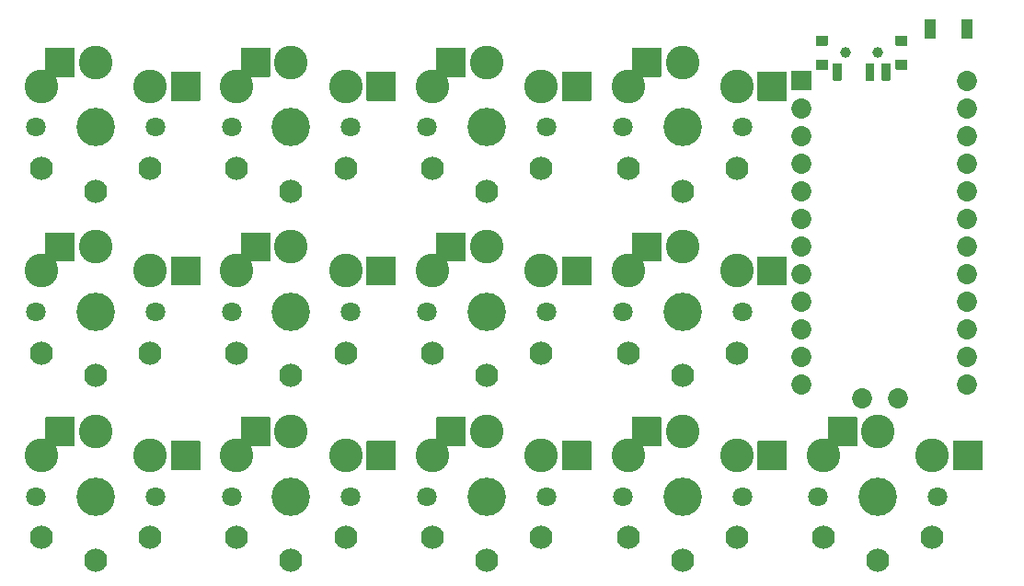
<source format=gbr>
%TF.GenerationSoftware,KiCad,Pcbnew,(5.1.10-1-10_14)*%
%TF.CreationDate,2022-03-08T11:01:30+00:00*%
%TF.ProjectId,The Card Tears Rounded,54686520-4361-4726-9420-546561727320,VERSION_HERE*%
%TF.SameCoordinates,Original*%
%TF.FileFunction,Soldermask,Bot*%
%TF.FilePolarity,Negative*%
%FSLAX46Y46*%
G04 Gerber Fmt 4.6, Leading zero omitted, Abs format (unit mm)*
G04 Created by KiCad (PCBNEW (5.1.10-1-10_14)) date 2022-03-08 11:01:30*
%MOMM*%
%LPD*%
G01*
G04 APERTURE LIST*
%ADD10C,1.852600*%
%ADD11C,3.529000*%
%ADD12C,1.801800*%
%ADD13C,3.100000*%
%ADD14C,2.132000*%
%ADD15C,1.000000*%
G04 APERTURE END LIST*
%TO.C,MCU1*%
G36*
G01*
X82103700Y39196300D02*
X83856300Y39196300D01*
G75*
G02*
X83906300Y39146300I0J-50000D01*
G01*
X83906300Y37393700D01*
G75*
G02*
X83856300Y37343700I-50000J0D01*
G01*
X82103700Y37343700D01*
G75*
G02*
X82053700Y37393700I0J50000D01*
G01*
X82053700Y39146300D01*
G75*
G02*
X82103700Y39196300I50000J0D01*
G01*
G37*
D10*
X82980000Y35730000D03*
X82980000Y33190000D03*
X82980000Y30650000D03*
X82980000Y28110000D03*
X82980000Y25570000D03*
X82980000Y23030000D03*
X82980000Y20490000D03*
X82980000Y17950000D03*
X82980000Y15410000D03*
X82980000Y12870000D03*
X82980000Y10330000D03*
X98220000Y38270000D03*
X98220000Y35730000D03*
X98220000Y33190000D03*
X98220000Y30650000D03*
X98220000Y28110000D03*
X98220000Y25570000D03*
X98220000Y23030000D03*
X98220000Y20490000D03*
X98220000Y17950000D03*
X98220000Y15410000D03*
X98220000Y12870000D03*
X98220000Y10330000D03*
%TD*%
D11*
%TO.C,S1*%
X18000000Y0D03*
D12*
X23500000Y0D03*
X12500000Y0D03*
D13*
X23000000Y3750000D03*
X18000000Y5950000D03*
G36*
G01*
X13375000Y4650000D02*
X13375000Y7250000D01*
G75*
G02*
X13425000Y7300000I50000J0D01*
G01*
X16025000Y7300000D01*
G75*
G02*
X16075000Y7250000I0J-50000D01*
G01*
X16075000Y4650000D01*
G75*
G02*
X16025000Y4600000I-50000J0D01*
G01*
X13425000Y4600000D01*
G75*
G02*
X13375000Y4650000I0J50000D01*
G01*
G37*
G36*
G01*
X24925000Y2450000D02*
X24925000Y5050000D01*
G75*
G02*
X24975000Y5100000I50000J0D01*
G01*
X27575000Y5100000D01*
G75*
G02*
X27625000Y5050000I0J-50000D01*
G01*
X27625000Y2450000D01*
G75*
G02*
X27575000Y2400000I-50000J0D01*
G01*
X24975000Y2400000D01*
G75*
G02*
X24925000Y2450000I0J50000D01*
G01*
G37*
X13000000Y3750000D03*
X18000000Y5950000D03*
%TD*%
D11*
%TO.C,S2*%
X18000000Y0D03*
D12*
X12500000Y0D03*
X23500000Y0D03*
D14*
X13000000Y-3800000D03*
X18000000Y-5900000D03*
X23000000Y-3800000D03*
X18000000Y-5900000D03*
%TD*%
D11*
%TO.C,S3*%
X18000000Y17000000D03*
D12*
X23500000Y17000000D03*
X12500000Y17000000D03*
D13*
X23000000Y20750000D03*
X18000000Y22950000D03*
G36*
G01*
X13375000Y21650000D02*
X13375000Y24250000D01*
G75*
G02*
X13425000Y24300000I50000J0D01*
G01*
X16025000Y24300000D01*
G75*
G02*
X16075000Y24250000I0J-50000D01*
G01*
X16075000Y21650000D01*
G75*
G02*
X16025000Y21600000I-50000J0D01*
G01*
X13425000Y21600000D01*
G75*
G02*
X13375000Y21650000I0J50000D01*
G01*
G37*
G36*
G01*
X24925000Y19450000D02*
X24925000Y22050000D01*
G75*
G02*
X24975000Y22100000I50000J0D01*
G01*
X27575000Y22100000D01*
G75*
G02*
X27625000Y22050000I0J-50000D01*
G01*
X27625000Y19450000D01*
G75*
G02*
X27575000Y19400000I-50000J0D01*
G01*
X24975000Y19400000D01*
G75*
G02*
X24925000Y19450000I0J50000D01*
G01*
G37*
X13000000Y20750000D03*
X18000000Y22950000D03*
%TD*%
D11*
%TO.C,S4*%
X18000000Y17000000D03*
D12*
X12500000Y17000000D03*
X23500000Y17000000D03*
D14*
X13000000Y13200000D03*
X18000000Y11100000D03*
X23000000Y13200000D03*
X18000000Y11100000D03*
%TD*%
D11*
%TO.C,S5*%
X18000000Y34000000D03*
D12*
X23500000Y34000000D03*
X12500000Y34000000D03*
D13*
X23000000Y37750000D03*
X18000000Y39950000D03*
G36*
G01*
X13375000Y38650000D02*
X13375000Y41250000D01*
G75*
G02*
X13425000Y41300000I50000J0D01*
G01*
X16025000Y41300000D01*
G75*
G02*
X16075000Y41250000I0J-50000D01*
G01*
X16075000Y38650000D01*
G75*
G02*
X16025000Y38600000I-50000J0D01*
G01*
X13425000Y38600000D01*
G75*
G02*
X13375000Y38650000I0J50000D01*
G01*
G37*
G36*
G01*
X24925000Y36450000D02*
X24925000Y39050000D01*
G75*
G02*
X24975000Y39100000I50000J0D01*
G01*
X27575000Y39100000D01*
G75*
G02*
X27625000Y39050000I0J-50000D01*
G01*
X27625000Y36450000D01*
G75*
G02*
X27575000Y36400000I-50000J0D01*
G01*
X24975000Y36400000D01*
G75*
G02*
X24925000Y36450000I0J50000D01*
G01*
G37*
X13000000Y37750000D03*
X18000000Y39950000D03*
%TD*%
D11*
%TO.C,S6*%
X18000000Y34000000D03*
D12*
X12500000Y34000000D03*
X23500000Y34000000D03*
D14*
X13000000Y30200000D03*
X18000000Y28100000D03*
X23000000Y30200000D03*
X18000000Y28100000D03*
%TD*%
D11*
%TO.C,S7*%
X36000000Y0D03*
D12*
X41500000Y0D03*
X30500000Y0D03*
D13*
X41000000Y3750000D03*
X36000000Y5950000D03*
G36*
G01*
X31375000Y4650000D02*
X31375000Y7250000D01*
G75*
G02*
X31425000Y7300000I50000J0D01*
G01*
X34025000Y7300000D01*
G75*
G02*
X34075000Y7250000I0J-50000D01*
G01*
X34075000Y4650000D01*
G75*
G02*
X34025000Y4600000I-50000J0D01*
G01*
X31425000Y4600000D01*
G75*
G02*
X31375000Y4650000I0J50000D01*
G01*
G37*
G36*
G01*
X42925000Y2450000D02*
X42925000Y5050000D01*
G75*
G02*
X42975000Y5100000I50000J0D01*
G01*
X45575000Y5100000D01*
G75*
G02*
X45625000Y5050000I0J-50000D01*
G01*
X45625000Y2450000D01*
G75*
G02*
X45575000Y2400000I-50000J0D01*
G01*
X42975000Y2400000D01*
G75*
G02*
X42925000Y2450000I0J50000D01*
G01*
G37*
X31000000Y3750000D03*
X36000000Y5950000D03*
%TD*%
D11*
%TO.C,S8*%
X36000000Y0D03*
D12*
X30500000Y0D03*
X41500000Y0D03*
D14*
X31000000Y-3800000D03*
X36000000Y-5900000D03*
X41000000Y-3800000D03*
X36000000Y-5900000D03*
%TD*%
D11*
%TO.C,S9*%
X36000000Y17000000D03*
D12*
X41500000Y17000000D03*
X30500000Y17000000D03*
D13*
X41000000Y20750000D03*
X36000000Y22950000D03*
G36*
G01*
X31375000Y21650000D02*
X31375000Y24250000D01*
G75*
G02*
X31425000Y24300000I50000J0D01*
G01*
X34025000Y24300000D01*
G75*
G02*
X34075000Y24250000I0J-50000D01*
G01*
X34075000Y21650000D01*
G75*
G02*
X34025000Y21600000I-50000J0D01*
G01*
X31425000Y21600000D01*
G75*
G02*
X31375000Y21650000I0J50000D01*
G01*
G37*
G36*
G01*
X42925000Y19450000D02*
X42925000Y22050000D01*
G75*
G02*
X42975000Y22100000I50000J0D01*
G01*
X45575000Y22100000D01*
G75*
G02*
X45625000Y22050000I0J-50000D01*
G01*
X45625000Y19450000D01*
G75*
G02*
X45575000Y19400000I-50000J0D01*
G01*
X42975000Y19400000D01*
G75*
G02*
X42925000Y19450000I0J50000D01*
G01*
G37*
X31000000Y20750000D03*
X36000000Y22950000D03*
%TD*%
D11*
%TO.C,S10*%
X36000000Y17000000D03*
D12*
X30500000Y17000000D03*
X41500000Y17000000D03*
D14*
X31000000Y13200000D03*
X36000000Y11100000D03*
X41000000Y13200000D03*
X36000000Y11100000D03*
%TD*%
D11*
%TO.C,S11*%
X36000000Y34000000D03*
D12*
X41500000Y34000000D03*
X30500000Y34000000D03*
D13*
X41000000Y37750000D03*
X36000000Y39950000D03*
G36*
G01*
X31375000Y38650000D02*
X31375000Y41250000D01*
G75*
G02*
X31425000Y41300000I50000J0D01*
G01*
X34025000Y41300000D01*
G75*
G02*
X34075000Y41250000I0J-50000D01*
G01*
X34075000Y38650000D01*
G75*
G02*
X34025000Y38600000I-50000J0D01*
G01*
X31425000Y38600000D01*
G75*
G02*
X31375000Y38650000I0J50000D01*
G01*
G37*
G36*
G01*
X42925000Y36450000D02*
X42925000Y39050000D01*
G75*
G02*
X42975000Y39100000I50000J0D01*
G01*
X45575000Y39100000D01*
G75*
G02*
X45625000Y39050000I0J-50000D01*
G01*
X45625000Y36450000D01*
G75*
G02*
X45575000Y36400000I-50000J0D01*
G01*
X42975000Y36400000D01*
G75*
G02*
X42925000Y36450000I0J50000D01*
G01*
G37*
X31000000Y37750000D03*
X36000000Y39950000D03*
%TD*%
D11*
%TO.C,S12*%
X36000000Y34000000D03*
D12*
X30500000Y34000000D03*
X41500000Y34000000D03*
D14*
X31000000Y30200000D03*
X36000000Y28100000D03*
X41000000Y30200000D03*
X36000000Y28100000D03*
%TD*%
D11*
%TO.C,S13*%
X54000000Y0D03*
D12*
X59500000Y0D03*
X48500000Y0D03*
D13*
X59000000Y3750000D03*
X54000000Y5950000D03*
G36*
G01*
X49375000Y4650000D02*
X49375000Y7250000D01*
G75*
G02*
X49425000Y7300000I50000J0D01*
G01*
X52025000Y7300000D01*
G75*
G02*
X52075000Y7250000I0J-50000D01*
G01*
X52075000Y4650000D01*
G75*
G02*
X52025000Y4600000I-50000J0D01*
G01*
X49425000Y4600000D01*
G75*
G02*
X49375000Y4650000I0J50000D01*
G01*
G37*
G36*
G01*
X60925000Y2450000D02*
X60925000Y5050000D01*
G75*
G02*
X60975000Y5100000I50000J0D01*
G01*
X63575000Y5100000D01*
G75*
G02*
X63625000Y5050000I0J-50000D01*
G01*
X63625000Y2450000D01*
G75*
G02*
X63575000Y2400000I-50000J0D01*
G01*
X60975000Y2400000D01*
G75*
G02*
X60925000Y2450000I0J50000D01*
G01*
G37*
X49000000Y3750000D03*
X54000000Y5950000D03*
%TD*%
D11*
%TO.C,S14*%
X54000000Y0D03*
D12*
X48500000Y0D03*
X59500000Y0D03*
D14*
X49000000Y-3800000D03*
X54000000Y-5900000D03*
X59000000Y-3800000D03*
X54000000Y-5900000D03*
%TD*%
D11*
%TO.C,S15*%
X54000000Y17000000D03*
D12*
X59500000Y17000000D03*
X48500000Y17000000D03*
D13*
X59000000Y20750000D03*
X54000000Y22950000D03*
G36*
G01*
X49375000Y21650000D02*
X49375000Y24250000D01*
G75*
G02*
X49425000Y24300000I50000J0D01*
G01*
X52025000Y24300000D01*
G75*
G02*
X52075000Y24250000I0J-50000D01*
G01*
X52075000Y21650000D01*
G75*
G02*
X52025000Y21600000I-50000J0D01*
G01*
X49425000Y21600000D01*
G75*
G02*
X49375000Y21650000I0J50000D01*
G01*
G37*
G36*
G01*
X60925000Y19450000D02*
X60925000Y22050000D01*
G75*
G02*
X60975000Y22100000I50000J0D01*
G01*
X63575000Y22100000D01*
G75*
G02*
X63625000Y22050000I0J-50000D01*
G01*
X63625000Y19450000D01*
G75*
G02*
X63575000Y19400000I-50000J0D01*
G01*
X60975000Y19400000D01*
G75*
G02*
X60925000Y19450000I0J50000D01*
G01*
G37*
X49000000Y20750000D03*
X54000000Y22950000D03*
%TD*%
D11*
%TO.C,S16*%
X54000000Y17000000D03*
D12*
X48500000Y17000000D03*
X59500000Y17000000D03*
D14*
X49000000Y13200000D03*
X54000000Y11100000D03*
X59000000Y13200000D03*
X54000000Y11100000D03*
%TD*%
D11*
%TO.C,S17*%
X54000000Y34000000D03*
D12*
X59500000Y34000000D03*
X48500000Y34000000D03*
D13*
X59000000Y37750000D03*
X54000000Y39950000D03*
G36*
G01*
X49375000Y38650000D02*
X49375000Y41250000D01*
G75*
G02*
X49425000Y41300000I50000J0D01*
G01*
X52025000Y41300000D01*
G75*
G02*
X52075000Y41250000I0J-50000D01*
G01*
X52075000Y38650000D01*
G75*
G02*
X52025000Y38600000I-50000J0D01*
G01*
X49425000Y38600000D01*
G75*
G02*
X49375000Y38650000I0J50000D01*
G01*
G37*
G36*
G01*
X60925000Y36450000D02*
X60925000Y39050000D01*
G75*
G02*
X60975000Y39100000I50000J0D01*
G01*
X63575000Y39100000D01*
G75*
G02*
X63625000Y39050000I0J-50000D01*
G01*
X63625000Y36450000D01*
G75*
G02*
X63575000Y36400000I-50000J0D01*
G01*
X60975000Y36400000D01*
G75*
G02*
X60925000Y36450000I0J50000D01*
G01*
G37*
X49000000Y37750000D03*
X54000000Y39950000D03*
%TD*%
D11*
%TO.C,S18*%
X54000000Y34000000D03*
D12*
X48500000Y34000000D03*
X59500000Y34000000D03*
D14*
X49000000Y30200000D03*
X54000000Y28100000D03*
X59000000Y30200000D03*
X54000000Y28100000D03*
%TD*%
D11*
%TO.C,S19*%
X72000000Y0D03*
D12*
X77500000Y0D03*
X66500000Y0D03*
D13*
X77000000Y3750000D03*
X72000000Y5950000D03*
G36*
G01*
X67375000Y4650000D02*
X67375000Y7250000D01*
G75*
G02*
X67425000Y7300000I50000J0D01*
G01*
X70025000Y7300000D01*
G75*
G02*
X70075000Y7250000I0J-50000D01*
G01*
X70075000Y4650000D01*
G75*
G02*
X70025000Y4600000I-50000J0D01*
G01*
X67425000Y4600000D01*
G75*
G02*
X67375000Y4650000I0J50000D01*
G01*
G37*
G36*
G01*
X78925000Y2450000D02*
X78925000Y5050000D01*
G75*
G02*
X78975000Y5100000I50000J0D01*
G01*
X81575000Y5100000D01*
G75*
G02*
X81625000Y5050000I0J-50000D01*
G01*
X81625000Y2450000D01*
G75*
G02*
X81575000Y2400000I-50000J0D01*
G01*
X78975000Y2400000D01*
G75*
G02*
X78925000Y2450000I0J50000D01*
G01*
G37*
X67000000Y3750000D03*
X72000000Y5950000D03*
%TD*%
D11*
%TO.C,S20*%
X72000000Y0D03*
D12*
X66500000Y0D03*
X77500000Y0D03*
D14*
X67000000Y-3800000D03*
X72000000Y-5900000D03*
X77000000Y-3800000D03*
X72000000Y-5900000D03*
%TD*%
D11*
%TO.C,S21*%
X72000000Y17000000D03*
D12*
X77500000Y17000000D03*
X66500000Y17000000D03*
D13*
X77000000Y20750000D03*
X72000000Y22950000D03*
G36*
G01*
X67375000Y21650000D02*
X67375000Y24250000D01*
G75*
G02*
X67425000Y24300000I50000J0D01*
G01*
X70025000Y24300000D01*
G75*
G02*
X70075000Y24250000I0J-50000D01*
G01*
X70075000Y21650000D01*
G75*
G02*
X70025000Y21600000I-50000J0D01*
G01*
X67425000Y21600000D01*
G75*
G02*
X67375000Y21650000I0J50000D01*
G01*
G37*
G36*
G01*
X78925000Y19450000D02*
X78925000Y22050000D01*
G75*
G02*
X78975000Y22100000I50000J0D01*
G01*
X81575000Y22100000D01*
G75*
G02*
X81625000Y22050000I0J-50000D01*
G01*
X81625000Y19450000D01*
G75*
G02*
X81575000Y19400000I-50000J0D01*
G01*
X78975000Y19400000D01*
G75*
G02*
X78925000Y19450000I0J50000D01*
G01*
G37*
X67000000Y20750000D03*
X72000000Y22950000D03*
%TD*%
D11*
%TO.C,S22*%
X72000000Y17000000D03*
D12*
X66500000Y17000000D03*
X77500000Y17000000D03*
D14*
X67000000Y13200000D03*
X72000000Y11100000D03*
X77000000Y13200000D03*
X72000000Y11100000D03*
%TD*%
D11*
%TO.C,S23*%
X72000000Y34000000D03*
D12*
X77500000Y34000000D03*
X66500000Y34000000D03*
D13*
X77000000Y37750000D03*
X72000000Y39950000D03*
G36*
G01*
X67375000Y38650000D02*
X67375000Y41250000D01*
G75*
G02*
X67425000Y41300000I50000J0D01*
G01*
X70025000Y41300000D01*
G75*
G02*
X70075000Y41250000I0J-50000D01*
G01*
X70075000Y38650000D01*
G75*
G02*
X70025000Y38600000I-50000J0D01*
G01*
X67425000Y38600000D01*
G75*
G02*
X67375000Y38650000I0J50000D01*
G01*
G37*
G36*
G01*
X78925000Y36450000D02*
X78925000Y39050000D01*
G75*
G02*
X78975000Y39100000I50000J0D01*
G01*
X81575000Y39100000D01*
G75*
G02*
X81625000Y39050000I0J-50000D01*
G01*
X81625000Y36450000D01*
G75*
G02*
X81575000Y36400000I-50000J0D01*
G01*
X78975000Y36400000D01*
G75*
G02*
X78925000Y36450000I0J50000D01*
G01*
G37*
X67000000Y37750000D03*
X72000000Y39950000D03*
%TD*%
D11*
%TO.C,S24*%
X72000000Y34000000D03*
D12*
X66500000Y34000000D03*
X77500000Y34000000D03*
D14*
X67000000Y30200000D03*
X72000000Y28100000D03*
X77000000Y30200000D03*
X72000000Y28100000D03*
%TD*%
D11*
%TO.C,S25*%
X90000000Y0D03*
D12*
X95500000Y0D03*
X84500000Y0D03*
D13*
X95000000Y3750000D03*
X90000000Y5950000D03*
G36*
G01*
X85375000Y4650000D02*
X85375000Y7250000D01*
G75*
G02*
X85425000Y7300000I50000J0D01*
G01*
X88025000Y7300000D01*
G75*
G02*
X88075000Y7250000I0J-50000D01*
G01*
X88075000Y4650000D01*
G75*
G02*
X88025000Y4600000I-50000J0D01*
G01*
X85425000Y4600000D01*
G75*
G02*
X85375000Y4650000I0J50000D01*
G01*
G37*
G36*
G01*
X96925000Y2450000D02*
X96925000Y5050000D01*
G75*
G02*
X96975000Y5100000I50000J0D01*
G01*
X99575000Y5100000D01*
G75*
G02*
X99625000Y5050000I0J-50000D01*
G01*
X99625000Y2450000D01*
G75*
G02*
X99575000Y2400000I-50000J0D01*
G01*
X96975000Y2400000D01*
G75*
G02*
X96925000Y2450000I0J50000D01*
G01*
G37*
X85000000Y3750000D03*
X90000000Y5950000D03*
%TD*%
D11*
%TO.C,S26*%
X90000000Y0D03*
D12*
X84500000Y0D03*
X95500000Y0D03*
D14*
X85000000Y-3800000D03*
X90000000Y-5900000D03*
X95000000Y-3800000D03*
X90000000Y-5900000D03*
%TD*%
D15*
%TO.C,*%
X90000000Y40830000D03*
X87000000Y40830000D03*
X90000000Y40830000D03*
X87000000Y40830000D03*
G36*
G01*
X85850000Y38320000D02*
X85850000Y39820000D01*
G75*
G02*
X85900000Y39870000I50000J0D01*
G01*
X86600000Y39870000D01*
G75*
G02*
X86650000Y39820000I0J-50000D01*
G01*
X86650000Y38320000D01*
G75*
G02*
X86600000Y38270000I-50000J0D01*
G01*
X85900000Y38270000D01*
G75*
G02*
X85850000Y38320000I0J50000D01*
G01*
G37*
G36*
G01*
X88850000Y38320000D02*
X88850000Y39820000D01*
G75*
G02*
X88900000Y39870000I50000J0D01*
G01*
X89600000Y39870000D01*
G75*
G02*
X89650000Y39820000I0J-50000D01*
G01*
X89650000Y38320000D01*
G75*
G02*
X89600000Y38270000I-50000J0D01*
G01*
X88900000Y38270000D01*
G75*
G02*
X88850000Y38320000I0J50000D01*
G01*
G37*
G36*
G01*
X90350000Y38320000D02*
X90350000Y39820000D01*
G75*
G02*
X90400000Y39870000I50000J0D01*
G01*
X91100000Y39870000D01*
G75*
G02*
X91150000Y39820000I0J-50000D01*
G01*
X91150000Y38320000D01*
G75*
G02*
X91100000Y38270000I-50000J0D01*
G01*
X90400000Y38270000D01*
G75*
G02*
X90350000Y38320000I0J50000D01*
G01*
G37*
G36*
G01*
X84300000Y41530000D02*
X84300000Y42330000D01*
G75*
G02*
X84350000Y42380000I50000J0D01*
G01*
X85350000Y42380000D01*
G75*
G02*
X85400000Y42330000I0J-50000D01*
G01*
X85400000Y41530000D01*
G75*
G02*
X85350000Y41480000I-50000J0D01*
G01*
X84350000Y41480000D01*
G75*
G02*
X84300000Y41530000I0J50000D01*
G01*
G37*
G36*
G01*
X91600000Y41530000D02*
X91600000Y42330000D01*
G75*
G02*
X91650000Y42380000I50000J0D01*
G01*
X92650000Y42380000D01*
G75*
G02*
X92700000Y42330000I0J-50000D01*
G01*
X92700000Y41530000D01*
G75*
G02*
X92650000Y41480000I-50000J0D01*
G01*
X91650000Y41480000D01*
G75*
G02*
X91600000Y41530000I0J50000D01*
G01*
G37*
G36*
G01*
X91600000Y39320000D02*
X91600000Y40120000D01*
G75*
G02*
X91650000Y40170000I50000J0D01*
G01*
X92650000Y40170000D01*
G75*
G02*
X92700000Y40120000I0J-50000D01*
G01*
X92700000Y39320000D01*
G75*
G02*
X92650000Y39270000I-50000J0D01*
G01*
X91650000Y39270000D01*
G75*
G02*
X91600000Y39320000I0J50000D01*
G01*
G37*
G36*
G01*
X84300000Y39320000D02*
X84300000Y40120000D01*
G75*
G02*
X84350000Y40170000I50000J0D01*
G01*
X85350000Y40170000D01*
G75*
G02*
X85400000Y40120000I0J-50000D01*
G01*
X85400000Y39320000D01*
G75*
G02*
X85350000Y39270000I-50000J0D01*
G01*
X84350000Y39270000D01*
G75*
G02*
X84300000Y39320000I0J50000D01*
G01*
G37*
%TD*%
%TO.C,*%
G36*
G01*
X94300000Y42150000D02*
X94300000Y43850000D01*
G75*
G02*
X94350000Y43900000I50000J0D01*
G01*
X95250000Y43900000D01*
G75*
G02*
X95300000Y43850000I0J-50000D01*
G01*
X95300000Y42150000D01*
G75*
G02*
X95250000Y42100000I-50000J0D01*
G01*
X94350000Y42100000D01*
G75*
G02*
X94300000Y42150000I0J50000D01*
G01*
G37*
G36*
G01*
X97700000Y42150000D02*
X97700000Y43850000D01*
G75*
G02*
X97750000Y43900000I50000J0D01*
G01*
X98650000Y43900000D01*
G75*
G02*
X98700000Y43850000I0J-50000D01*
G01*
X98700000Y42150000D01*
G75*
G02*
X98650000Y42100000I-50000J0D01*
G01*
X97750000Y42100000D01*
G75*
G02*
X97700000Y42150000I0J50000D01*
G01*
G37*
%TD*%
D10*
%TO.C,*%
X88580000Y9000000D03*
X91820000Y9000000D03*
%TD*%
M02*

</source>
